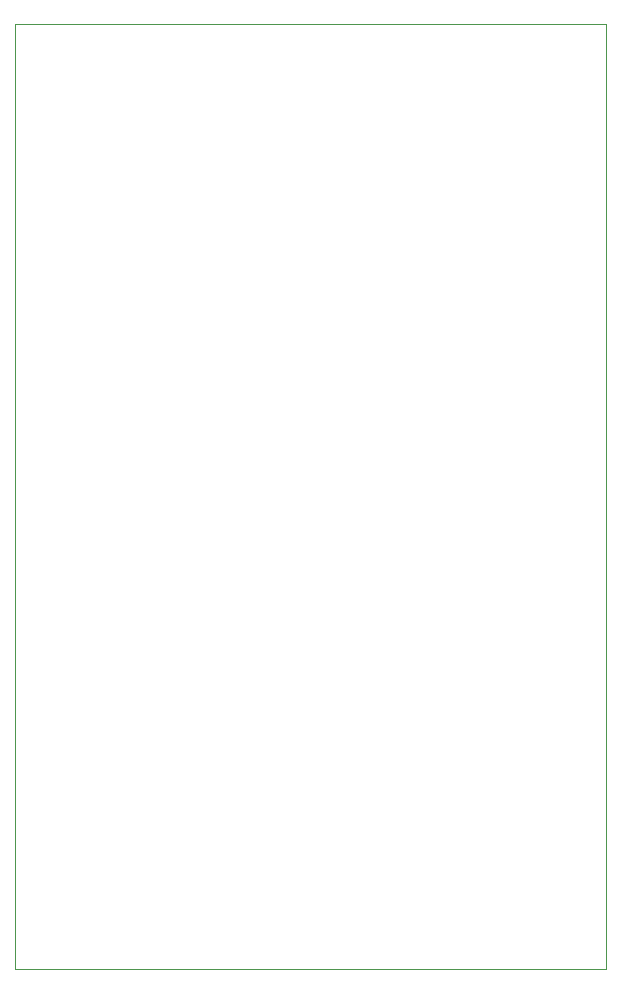
<source format=gko>
%TF.GenerationSoftware,KiCad,Pcbnew,9.0.2-rc1*%
%TF.CreationDate,2025-04-26T18:26:20-04:00*%
%TF.ProjectId,moonclock,6d6f6f6e-636c-46f6-936b-2e6b69636164,rev?*%
%TF.SameCoordinates,PX7088980PY3920060*%
%TF.FileFunction,Profile,NP*%
%FSLAX46Y46*%
G04 Gerber Fmt 4.6, Leading zero omitted, Abs format (unit mm)*
G04 Created by KiCad (PCBNEW 9.0.2-rc1) date 2025-04-26 18:26:20*
%MOMM*%
%LPD*%
G01*
G04 APERTURE LIST*
%TA.AperFunction,Profile*%
%ADD10C,0.050000*%
%TD*%
G04 APERTURE END LIST*
D10*
X0Y0D02*
X50000000Y0D01*
X50000000Y-80000000D01*
X0Y-80000000D01*
X0Y0D01*
M02*

</source>
